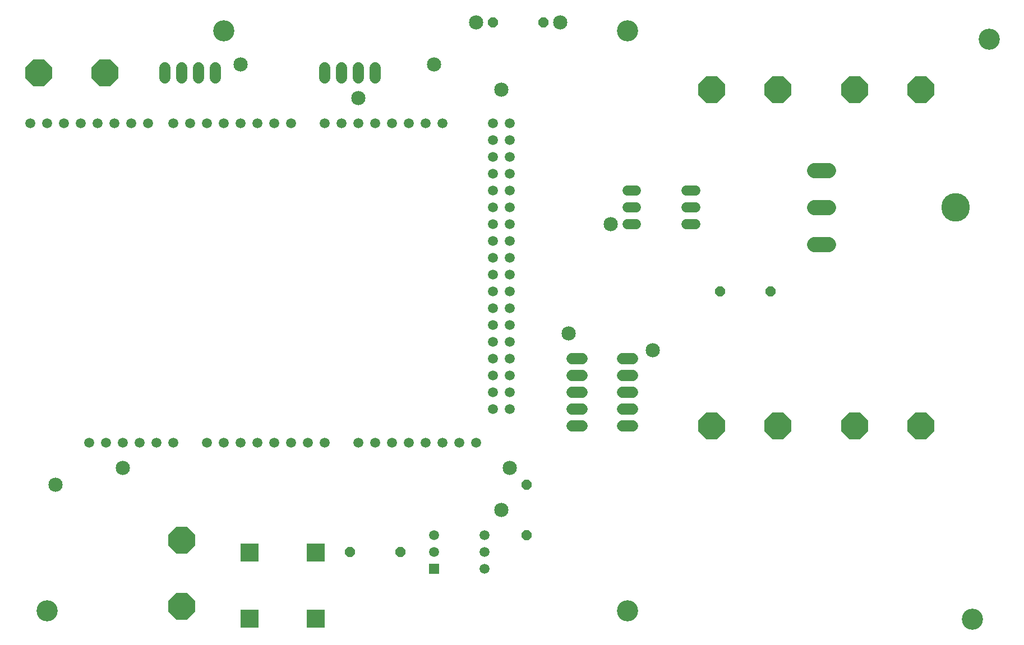
<source format=gbs>
G75*
%MOIN*%
%OFA0B0*%
%FSLAX25Y25*%
%IPPOS*%
%LPD*%
%AMOC8*
5,1,8,0,0,1.08239X$1,22.5*
%
%ADD10C,0.12611*%
%ADD11C,0.06000*%
%ADD12OC8,0.06000*%
%ADD13C,0.09050*%
%ADD14C,0.17000*%
%ADD15C,0.05950*%
%ADD16R,0.05950X0.05950*%
%ADD17OC8,0.15800*%
%ADD18C,0.06800*%
%ADD19R,0.10800X0.10800*%
%ADD20C,0.08477*%
D10*
X0106000Y0065833D03*
X0451000Y0065833D03*
X0656000Y0060833D03*
X0666000Y0405833D03*
X0451000Y0410833D03*
X0211000Y0410833D03*
D11*
X0450800Y0315833D02*
X0456000Y0315833D01*
X0456000Y0305833D02*
X0450800Y0305833D01*
X0450800Y0295833D02*
X0456000Y0295833D01*
X0486000Y0295833D02*
X0491200Y0295833D01*
X0491200Y0305833D02*
X0486000Y0305833D01*
X0486000Y0315833D02*
X0491200Y0315833D01*
D12*
X0506000Y0255833D03*
X0536000Y0255833D03*
X0391000Y0140833D03*
X0391000Y0110833D03*
X0316000Y0100833D03*
X0286000Y0100833D03*
X0371000Y0415833D03*
X0401000Y0415833D03*
D13*
X0561875Y0327833D02*
X0570125Y0327833D01*
X0570125Y0305833D02*
X0561875Y0305833D01*
X0561875Y0283833D02*
X0570125Y0283833D01*
D14*
X0646000Y0305833D03*
D15*
X0381000Y0305833D03*
X0371000Y0305833D03*
X0371000Y0295833D03*
X0381000Y0295833D03*
X0381000Y0285833D03*
X0371000Y0285833D03*
X0371000Y0275833D03*
X0381000Y0275833D03*
X0381000Y0265833D03*
X0371000Y0265833D03*
X0371000Y0255833D03*
X0381000Y0255833D03*
X0381000Y0245833D03*
X0371000Y0245833D03*
X0371000Y0235833D03*
X0381000Y0235833D03*
X0381000Y0225833D03*
X0371000Y0225833D03*
X0371000Y0215833D03*
X0381000Y0215833D03*
X0381000Y0205833D03*
X0371000Y0205833D03*
X0371000Y0195833D03*
X0381000Y0195833D03*
X0381000Y0185833D03*
X0371000Y0185833D03*
X0361000Y0165833D03*
X0351000Y0165833D03*
X0341000Y0165833D03*
X0331000Y0165833D03*
X0321000Y0165833D03*
X0311000Y0165833D03*
X0301000Y0165833D03*
X0291000Y0165833D03*
X0271000Y0165833D03*
X0261000Y0165833D03*
X0251000Y0165833D03*
X0241000Y0165833D03*
X0231000Y0165833D03*
X0221000Y0165833D03*
X0211000Y0165833D03*
X0201000Y0165833D03*
X0181000Y0165833D03*
X0171000Y0165833D03*
X0161000Y0165833D03*
X0151000Y0165833D03*
X0141000Y0165833D03*
X0131000Y0165833D03*
X0336000Y0110833D03*
X0336000Y0100833D03*
X0366000Y0100833D03*
X0366000Y0090833D03*
X0366000Y0110833D03*
X0371000Y0315833D03*
X0381000Y0315833D03*
X0381000Y0325833D03*
X0371000Y0325833D03*
X0371000Y0335833D03*
X0381000Y0335833D03*
X0381000Y0345833D03*
X0371000Y0345833D03*
X0371000Y0355833D03*
X0381000Y0355833D03*
X0341000Y0355833D03*
X0331000Y0355833D03*
X0321000Y0355833D03*
X0311000Y0355833D03*
X0301000Y0355833D03*
X0291000Y0355833D03*
X0281000Y0355833D03*
X0271000Y0355833D03*
X0251000Y0355833D03*
X0241000Y0355833D03*
X0231000Y0355833D03*
X0221000Y0355833D03*
X0211000Y0355833D03*
X0201000Y0355833D03*
X0191000Y0355833D03*
X0181000Y0355833D03*
X0166000Y0355833D03*
X0156000Y0355833D03*
X0146000Y0355833D03*
X0136000Y0355833D03*
X0126000Y0355833D03*
X0116000Y0355833D03*
X0106000Y0355833D03*
X0096000Y0355833D03*
D16*
X0336000Y0090833D03*
D17*
X0186000Y0107703D03*
X0186000Y0068333D03*
X0501000Y0175833D03*
X0540370Y0175833D03*
X0586000Y0175833D03*
X0625370Y0175833D03*
X0625370Y0375833D03*
X0586000Y0375833D03*
X0540370Y0375833D03*
X0501000Y0375833D03*
X0140370Y0385833D03*
X0101000Y0385833D03*
D18*
X0176000Y0388833D02*
X0176000Y0382833D01*
X0186000Y0382833D02*
X0186000Y0388833D01*
X0196000Y0388833D02*
X0196000Y0382833D01*
X0206000Y0382833D02*
X0206000Y0388833D01*
X0271000Y0388833D02*
X0271000Y0382833D01*
X0281000Y0382833D02*
X0281000Y0388833D01*
X0291000Y0388833D02*
X0291000Y0382833D01*
X0301000Y0382833D02*
X0301000Y0388833D01*
X0418000Y0215833D02*
X0424000Y0215833D01*
X0424000Y0205833D02*
X0418000Y0205833D01*
X0418000Y0195833D02*
X0424000Y0195833D01*
X0424000Y0185833D02*
X0418000Y0185833D01*
X0418000Y0175833D02*
X0424000Y0175833D01*
X0448000Y0175833D02*
X0454000Y0175833D01*
X0454000Y0185833D02*
X0448000Y0185833D01*
X0448000Y0195833D02*
X0454000Y0195833D01*
X0454000Y0205833D02*
X0448000Y0205833D01*
X0448000Y0215833D02*
X0454000Y0215833D01*
D19*
X0265685Y0100518D03*
X0226315Y0100518D03*
X0226315Y0061148D03*
X0265685Y0061148D03*
D20*
X0376000Y0125833D03*
X0381000Y0150833D03*
X0466000Y0220833D03*
X0416000Y0230833D03*
X0441000Y0295833D03*
X0376000Y0375833D03*
X0336000Y0390833D03*
X0361000Y0415833D03*
X0411000Y0415833D03*
X0291000Y0370833D03*
X0221000Y0390833D03*
X0151000Y0150833D03*
X0111000Y0140833D03*
M02*

</source>
